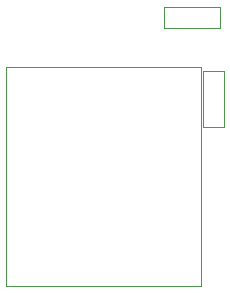
<source format=gbr>
%TF.GenerationSoftware,KiCad,Pcbnew,5.1.7-a382d34a8~87~ubuntu20.04.1*%
%TF.CreationDate,2021-02-22T15:40:43+01:00*%
%TF.ProjectId,smartyreader_ng_lora,736d6172-7479-4726-9561-6465725f6e67,rev?*%
%TF.SameCoordinates,Original*%
%TF.FileFunction,Other,User*%
%FSLAX46Y46*%
G04 Gerber Fmt 4.6, Leading zero omitted, Abs format (unit mm)*
G04 Created by KiCad (PCBNEW 5.1.7-a382d34a8~87~ubuntu20.04.1) date 2021-02-22 15:40:43*
%MOMM*%
%LPD*%
G01*
G04 APERTURE LIST*
%ADD10C,0.050000*%
G04 APERTURE END LIST*
D10*
%TO.C,U1*%
X144060000Y-128376000D02*
X144060000Y-109876000D01*
X144060000Y-109876000D02*
X127560000Y-109876000D01*
X127560000Y-128376000D02*
X127560000Y-109876000D01*
X127560000Y-128376000D02*
X144060000Y-128376000D01*
%TO.C,JP2*%
X144261000Y-110219000D02*
X144261000Y-114919000D01*
X144261000Y-110219000D02*
X146061000Y-110219000D01*
X146061000Y-114919000D02*
X144261000Y-114919000D01*
X146061000Y-114919000D02*
X146061000Y-110219000D01*
%TO.C,JP1*%
X140986000Y-106564000D02*
X145686000Y-106564000D01*
X140986000Y-106564000D02*
X140986000Y-104764000D01*
X145686000Y-104764000D02*
X145686000Y-106564000D01*
X145686000Y-104764000D02*
X140986000Y-104764000D01*
%TD*%
M02*

</source>
